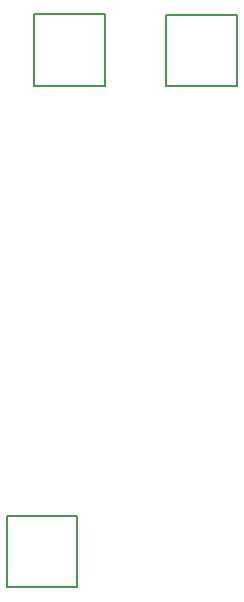
<source format=gbr>
%FSTAX23Y23*%
%MOIN*%
%SFA1B1*%

%IPPOS*%
%ADD65C,0.005000*%
%LNtemperature_monitor_&_display_mechanical_4-1*%
%LPD*%
G54D65*
X0194Y01975D02*
X02176D01*
X0194Y01738D02*
Y01975D01*
Y01738D02*
X02176D01*
Y01975*
X0194D02*
X02176D01*
X0194Y01738D02*
Y01975D01*
Y01738D02*
X02176D01*
Y01975*
X0238Y01972D02*
X02616D01*
X0238Y01735D02*
Y01972D01*
Y01735D02*
X02616D01*
Y01972*
X0238D02*
X02616D01*
X0238Y01735D02*
Y01972D01*
Y01735D02*
X02616D01*
Y01972*
X01847Y00067D02*
Y00303D01*
Y00067D02*
X02083D01*
Y00303*
X01847D02*
X02083D01*
X01847Y00067D02*
Y00303D01*
Y00067D02*
X02083D01*
Y00303*
X01847D02*
X02083D01*
M02*
</source>
